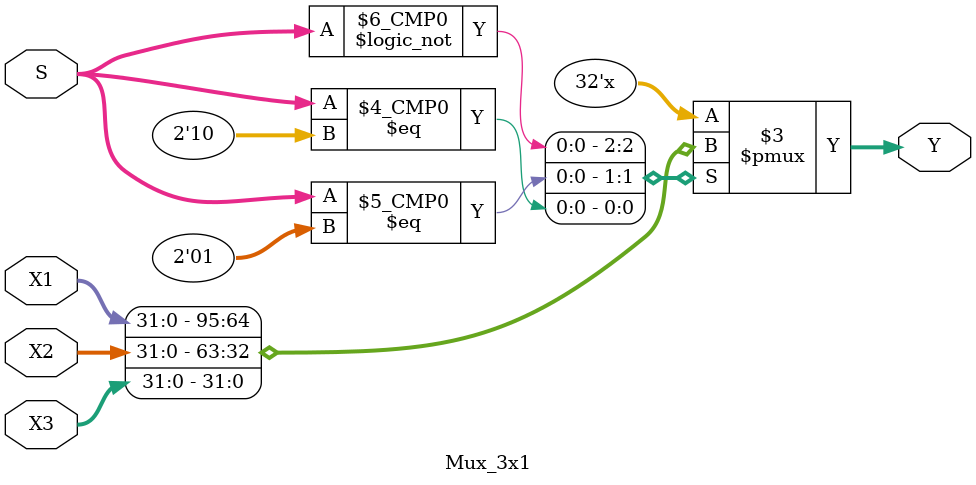
<source format=v>
module Mux_3x1(
    input  [31:0] X1 , X2 , X3 , 
    output reg [31:0] Y,
    input  [1 :0] S
    );
	
  always @(*) 
	begin
		 case (S)
			  2'b00   : Y = X1 ;
			  2'b01   : Y = X2 ;
			  2'b10   : Y = X3 ;
			  default : Y = 32'bx ;
		 endcase	
	end 	

endmodule
</source>
